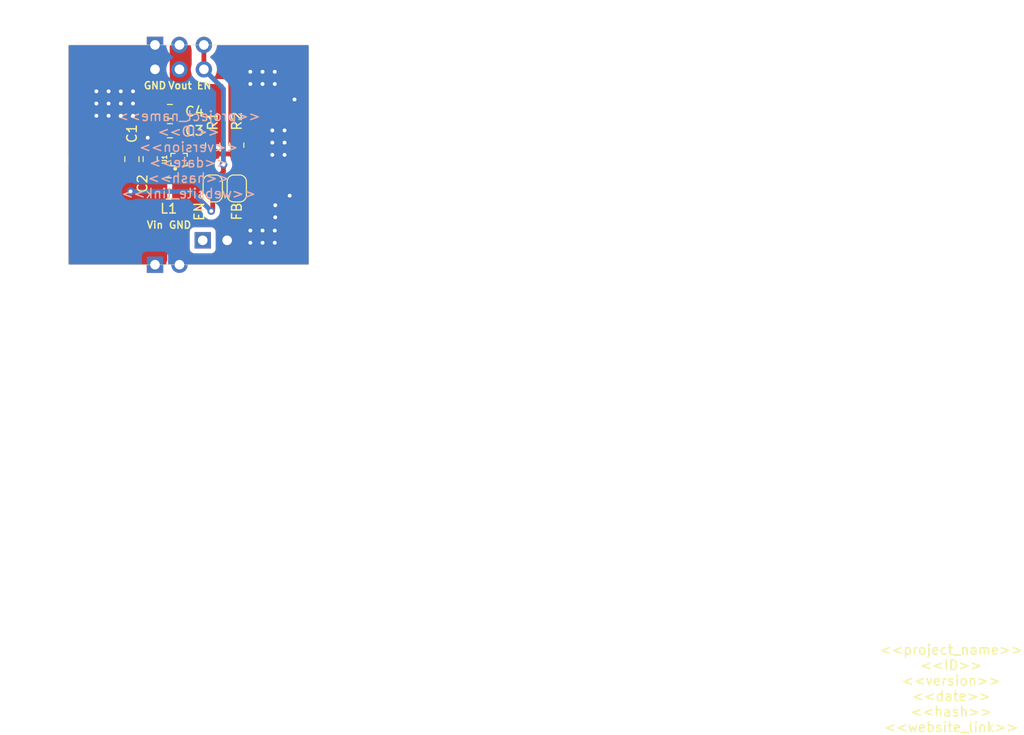
<source format=kicad_pcb>
(kicad_pcb (version 20240108) (generator "pcbnew") (generator_version "8.0")
  (title_block (title "<<ID>>_<<project_name>>") (date "<<date>>") (rev "<<version>>") (comment 4 "<<hash>>"))
  (layers (0 "F.Cu" signal) (31 "B.Cu" signal) (34 "B.Paste" user) (35 "F.Paste" user) (36 "B.SilkS" user "B.Silkscreen") (37 "F.SilkS" user "F.Silkscreen") (38 "B.Mask" user) (39 "F.Mask" user) (44 "Edge.Cuts" user))
  (net 0 "")
  (net 1 "Vin")
  (net 2 "GND")
  (net 3 "Vout")
  (net 4 "En")
  (net 5 "FB")
  (net 6 "SW")
  (footprint "Resistor_SMD:R_0805_2012Metric" (layer "F.Cu") (at 149 94.5 -90)
    (property "Reference" "R1" (at -2.5 0 90) (layer "F.SilkS"))
    (property "Value" "R_Small")
    (fp_line (start -0.227064 0.735) (end 0.227064 0.735) (stroke (width 0.12)) (layer "F.SilkS"))
    (fp_line (start -0.227064 -0.735) (end 0.227064 -0.735) (stroke (width 0.12)) (layer "F.SilkS"))
    (pad "1" smd roundrect (at -0.9125 0 270) (size 1.025 1.4) (layers "F.Cu" "F.Paste" "F.Mask") (roundrect_rratio 0.243902) (net 3 "Vout"))
    (pad "2" smd roundrect (at 0.9125 0 270) (size 1.025 1.4) (layers "F.Cu" "F.Paste" "F.Mask") (roundrect_rratio 0.243902) (net 5 "FB"))
  )
  (footprint "Capacitor_SMD:C_0805_2012Metric" (layer "F.Cu") (at 142.5 95.95 90)
    (property "Reference" "C2" (at -2.55 -0.8 90) (layer "F.SilkS"))
    (property "Value" "C_Small")
    (fp_line (start -0.261252 -0.735) (end 0.261252 -0.735) (stroke (width 0.12)) (layer "F.SilkS"))
    (fp_line (start -0.261252 0.735) (end 0.261252 0.735) (stroke (width 0.12)) (layer "F.SilkS"))
    (pad "1" smd roundrect (at -0.95 0 90) (size 1 1.45) (layers "F.Cu" "F.Paste" "F.Mask") (net 1 "Vin"))
    (pad "2" smd roundrect (at 0.95 0 90) (size 1 1.45) (layers "F.Cu" "F.Paste" "F.Mask") (net 2 "GND"))
  )
  (footprint "Capacitor_SMD:C_0805_2012Metric" (layer "F.Cu") (at 144.55 91 180)
    (property "Reference" "C4" (at -2.55 0 0) (layer "F.SilkS"))
    (property "Value" "C_Small")
    (fp_line (start -0.261252 0.735) (end 0.261252 0.735) (stroke (width 0.12)) (layer "F.SilkS"))
    (fp_line (start -0.261252 -0.735) (end 0.261252 -0.735) (stroke (width 0.12)) (layer "F.SilkS"))
    (pad "1" smd roundrect (at -0.95 0 180) (size 1 1.45) (layers "F.Cu" "F.Paste" "F.Mask") (net 3 "Vout"))
    (pad "2" smd roundrect (at 0.95 0 180) (size 1 1.45) (layers "F.Cu" "F.Paste" "F.Mask") (net 2 "GND"))
  )
  (footprint "Capacitor_SMD:C_0805_2012Metric" (layer "F.Cu") (at 144.55 93 180)
    (property "Reference" "C3" (at -2.55 0 0) (layer "F.SilkS"))
    (property "Value" "C_Small")
    (fp_line (start -0.261252 0.735) (end 0.261252 0.735) (stroke (width 0.12)) (layer "F.SilkS"))
    (fp_line (start -0.261252 -0.735) (end 0.261252 -0.735) (stroke (width 0.12)) (layer "F.SilkS"))
    (pad "1" smd roundrect (at -0.95 0 180) (size 1 1.45) (layers "F.Cu" "F.Paste" "F.Mask") (net 3 "Vout"))
    (pad "2" smd roundrect (at 0.95 0 180) (size 1 1.45) (layers "F.Cu" "F.Paste" "F.Mask") (net 2 "GND"))
  )
  (footprint "Converter_DCDC_custom:BGA6N40P3X2_122X88X62N" (layer "F.Cu") (at 145.5 96 90)
    (property "Reference" "U1" (at 0 -1.5 90) (layer "F.SilkS") (effects (font (size 0.48 0.48))))
    (property "Value" "TPS61099YFFT")
    (fp_line (start 0.645 -0.845) (end 0.3225 -0.845) (stroke (width 0.127)) (layer "F.SilkS"))
    (fp_line (start 0.645 -0.845) (end 0.645 -0.4225) (stroke (width 0.127)) (layer "F.SilkS"))
    (fp_line (start -0.645 -0.845) (end -0.3225 -0.845) (stroke (width 0.127)) (layer "F.SilkS"))
    (fp_line (start -0.645 -0.845) (end -0.645 -0.4225) (stroke (width 0.127)) (layer "F.SilkS"))
    (fp_line (start 0.645 0.845) (end 0.645 0.4225) (stroke (width 0.127)) (layer "F.SilkS"))
    (fp_line (start 0.645 0.845) (end 0.3225 0.845) (stroke (width 0.127)) (layer "F.SilkS"))
    (fp_line (start -0.645 0.845) (end -0.645 0.4225) (stroke (width 0.127)) (layer "F.SilkS"))
    (fp_line (start -0.645 0.845) (end -0.3225 0.845) (stroke (width 0.127)) (layer "F.SilkS"))
    (fp_circle (center -0.942 -0.4) (end -0.842 -0.4) (stroke (width 0.2)) (fill none) (layer "F.SilkS"))
    (pad "A1" smd circle (at -0.2 -0.4 90) (size 0.25 0.25) (layers "F.Cu" "F.Paste" "F.Mask") (net 1 "Vin"))
    (pad "A2" smd circle (at 0.2 -0.4 90) (size 0.25 0.25) (layers "F.Cu" "F.Paste" "F.Mask") (net 2 "GND"))
    (pad "B1" smd circle (at -0.2 0 90) (size 0.25 0.25) (layers "F.Cu" "F.Paste" "F.Mask") (net 6 "SW"))
    (pad "B2" smd circle (at 0.2 0 90) (size 0.25 0.25) (layers "F.Cu" "F.Paste" "F.Mask") (net 3 "Vout"))
    (pad "C1" smd circle (at -0.2 0.4 90) (size 0.25 0.25) (layers "F.Cu" "F.Paste" "F.Mask") (net 4 "En"))
    (pad "C2" smd circle (at 0.2 0.4 90) (size 0.25 0.25) (layers "F.Cu" "F.Paste" "F.Mask") (net 5 "FB"))
  )
  (footprint "Jumper:SolderJumper-2_P1.3mm_Open_RoundedPad1.0x1.5mm" (layer "F.Cu") (at 149 99 -90)
    (property "Reference" "JP1" (hide yes))
    (property "Value" "SolderJumper_2_Open")
    (fp_line (start 0.7 1) (end -0.7 1) (stroke (width 0.12)) (layer "F.SilkS"))
    (fp_line (start -1.4 0.3) (end -1.4 -0.3) (stroke (width 0.12)) (layer "F.SilkS"))
    (fp_line (start 1.4 -0.3) (end 1.4 0.3) (stroke (width 0.12)) (layer "F.SilkS"))
    (fp_line (start -0.7 -1) (end 0.7 -1) (stroke (width 0.12)) (layer "F.SilkS"))
    (fp_arc (start -0.7 1) (mid -1.194975 0.794975) (end -1.4 0.3) (stroke (width 0.12)) (layer "F.SilkS"))
    (fp_arc (start 1.4 0.3) (mid 1.194975 0.794975) (end 0.7 1) (stroke (width 0.12)) (layer "F.SilkS"))
    (fp_arc (start -1.4 -0.3) (mid -1.194975 -0.794975) (end -0.7 -1) (stroke (width 0.12)) (layer "F.SilkS"))
    (fp_arc (start 0.7 -1) (mid 1.194975 -0.794975) (end 1.4 -0.3) (stroke (width 0.12)) (layer "F.SilkS"))
    (fp_text user "EN" (at 2.4 1.4 90) (layer "F.SilkS"))
    (pad "1" smd custom (at -0.65 0 270) (size 1 0.5) (layers "F.Cu" "F.Mask") (net 4 "En") (options (clearance outline) (anchor rect)) (primitives (gr_circle (center 0 0.25) (end 0.5 0.25) (width 0) (fill yes)) (gr_circle (center 0 -0.25) (end 0.5 -0.25) (width 0) (fill yes)) (gr_poly (pts (xy 0.5 0.75) (xy 0 0.75) (xy 0 -0.75) (xy 0.5 -0.75)) (width 0) (fill yes))))
    (pad "2" smd custom (at 0.65 0 270) (size 1 0.5) (layers "F.Cu" "F.Mask") (net 1 "Vin") (options (clearance outline) (anchor rect)) (primitives (gr_circle (center 0 0.25) (end 0.5 0.25) (width 0) (fill yes)) (gr_circle (center 0 -0.25) (end 0.5 -0.25) (width 0) (fill yes)) (gr_poly (pts (xy 0 0.75) (xy -0.5 0.75) (xy -0.5 -0.75) (xy 0 -0.75)) (width 0) (fill yes))))
  )
  (footprint "Connector_PinHeader_2.54mm:PinHeader_1x02_P2.54mm_Vertical" (layer "F.Cu") (at 143.002 106.934 90)
    (property "Reference" "J2" (hide yes))
    (property "Value" "Conn_01x02")
    (pad "1" thru_hole rect (at 0 0 90) (size 1.7 1.7) (drill 1) (layers "*.Cu" "*.Mask") (net 1 "Vin"))
    (pad "2" thru_hole oval (at 0 2.54 90) (size 1.7 1.7) (drill 1) (layers "*.Cu" "*.Mask") (net 2 "GND"))
  )
  (footprint "Connector_PinHeader_2.54mm:PinHeader_1x03_P2.54mm_Vertical" (layer "F.Cu") (at 143.002 86.614 90)
    (property "Reference" "J3" (hide yes))
    (property "Value" "Conn_01x03")
    (pad "1" thru_hole rect (at 0 0 90) (size 1.7 1.7) (drill 1) (layers "*.Cu" "*.Mask") (net 2 "GND"))
    (pad "2" thru_hole oval (at 0 2.54 90) (size 1.7 1.7) (drill 1) (layers "*.Cu" "*.Mask") (net 3 "Vout"))
    (pad "3" thru_hole oval (at 0 5.08 90) (size 1.7 1.7) (drill 1) (layers "*.Cu" "*.Mask") (net 4 "En"))
  )
  (footprint "Resistor_SMD:R_0805_2012Metric" (layer "F.Cu") (at 151.5 94.5 90)
    (property "Reference" "R2" (at 2.5 0 90) (layer "F.SilkS"))
    (property "Value" "R_Small")
    (fp_line (start -0.227064 -0.735) (end 0.227064 -0.735) (stroke (width 0.12)) (layer "F.SilkS"))
    (fp_line (start -0.227064 0.735) (end 0.227064 0.735) (stroke (width 0.12)) (layer "F.SilkS"))
    (pad "1" smd roundrect (at -0.9125 0 90) (size 1.025 1.4) (layers "F.Cu" "F.Paste" "F.Mask") (roundrect_rratio 0.243902) (net 5 "FB"))
    (pad "2" smd roundrect (at 0.9125 0 90) (size 1.025 1.4) (layers "F.Cu" "F.Paste" "F.Mask") (roundrect_rratio 0.243902) (net 2 "GND"))
  )
  (footprint "Inductor_SMD:L_1008_2520Metric" (layer "F.Cu") (at 144.425 99)
    (property "Reference" "L1" (at 0 2.1 0) (layer "F.SilkS"))
    (property "Value" "L_Small")
    (fp_line (start -0.261252 -1.11) (end 0.261252 -1.11) (stroke (width 0.12)) (layer "F.SilkS"))
    (fp_line (start -0.261252 1.11) (end 0.261252 1.11) (stroke (width 0.12)) (layer "F.SilkS"))
    (pad "1" smd roundrect (at -1.075 0) (size 1.25 2.2) (layers "F.Cu" "F.Paste" "F.Mask") (roundrect_rratio 0.2) (net 1 "Vin"))
    (pad "2" smd roundrect (at 1.075 0) (size 1.25 2.2) (layers "F.Cu" "F.Paste" "F.Mask") (roundrect_rratio 0.2) (net 6 "SW"))
  )
  (footprint "Jumper:SolderJumper-2_P1.3mm_Open_RoundedPad1.0x1.5mm" (layer "F.Cu") (at 151.5 99 -90)
    (property "Reference" "JP2" (hide yes))
    (property "Value" "SolderJumper_2_Open")
    (fp_line (start 0.7 1) (end -0.7 1) (stroke (width 0.12)) (layer "F.SilkS"))
    (fp_line (start -1.4 0.3) (end -1.4 -0.3) (stroke (width 0.12)) (layer "F.SilkS"))
    (fp_line (start 1.4 -0.3) (end 1.4 0.3) (stroke (width 0.12)) (layer "F.SilkS"))
    (fp_line (start -0.7 -1) (end 0.7 -1) (stroke (width 0.12)) (layer "F.SilkS"))
    (fp_arc (start -0.7 1) (mid -1.194975 0.794975) (end -1.4 0.3) (stroke (width 0.12)) (layer "F.SilkS"))
    (fp_arc (start 1.4 0.3) (mid 1.194975 0.794975) (end 0.7 1) (stroke (width 0.12)) (layer "F.SilkS"))
    (fp_arc (start -1.4 -0.3) (mid -1.194975 -0.794975) (end -0.7 -1) (stroke (width 0.12)) (layer "F.SilkS"))
    (fp_arc (start 0.7 -1) (mid 1.194975 -0.794975) (end 1.4 -0.3) (stroke (width 0.12)) (layer "F.SilkS"))
    (fp_text user "FB" (at 2.4 0 90) (layer "F.SilkS"))
    (pad "1" smd custom (at -0.65 0 270) (size 1 0.5) (layers "F.Cu" "F.Mask") (net 5 "FB") (options (clearance outline) (anchor rect)) (primitives (gr_circle (center 0 0.25) (end 0.5 0.25) (width 0) (fill yes)) (gr_circle (center 0 -0.25) (end 0.5 -0.25) (width 0) (fill yes)) (gr_poly (pts (xy 0.5 0.75) (xy 0 0.75) (xy 0 -0.75) (xy 0.5 -0.75)) (width 0) (fill yes))))
    (pad "2" smd custom (at 0.65 0 270) (size 1 0.5) (layers "F.Cu" "F.Mask") (net 2 "GND") (options (clearance outline) (anchor rect)) (primitives (gr_circle (center 0 0.25) (end 0.5 0.25) (width 0) (fill yes)) (gr_circle (center 0 -0.25) (end 0.5 -0.25) (width 0) (fill yes)) (gr_poly (pts (xy 0 0.75) (xy -0.5 0.75) (xy -0.5 -0.75) (xy 0 -0.75)) (width 0) (fill yes))))
  )
  (footprint "Connector_PinHeader_2.54mm:PinHeader_1x03_P2.54mm_Vertical" (layer "F.Cu") (at 143.002 84.074 90)
    (property "Reference" "J4" (hide yes))
    (property "Value" "Conn_01x03")
    (pad "1" thru_hole rect (at 0 0 90) (size 1.7 1.7) (drill 1) (layers "*.Cu" "*.Mask") (net 2 "GND"))
    (pad "2" thru_hole oval (at 0 2.54 90) (size 1.7 1.7) (drill 1) (layers "*.Cu" "*.Mask") (net 3 "Vout"))
    (pad "3" thru_hole oval (at 0 5.08 90) (size 1.7 1.7) (drill 1) (layers "*.Cu" "*.Mask") (net 4 "En"))
  )
  (footprint "Capacitor_SMD:C_0805_2012Metric" (layer "F.Cu") (at 140.6 95.95 90)
    (property "Reference" "C1" (at 2.65 0 90) (layer "F.SilkS"))
    (property "Value" "C_Small")
    (fp_line (start -0.261252 -0.735) (end 0.261252 -0.735) (stroke (width 0.12)) (layer "F.SilkS"))
    (fp_line (start -0.261252 0.735) (end 0.261252 0.735) (stroke (width 0.12)) (layer "F.SilkS"))
    (pad "1" smd roundrect (at -0.95 0 90) (size 1 1.45) (layers "F.Cu" "F.Paste" "F.Mask") (net 1 "Vin"))
    (pad "2" smd roundrect (at 0.95 0 90) (size 1 1.45) (layers "F.Cu" "F.Paste" "F.Mask") (net 2 "GND"))
  )
  (footprint "Connector_PinHeader_2.54mm:PinHeader_1x02_P2.54mm_Vertical" (layer "F.Cu") (at 147.96 104.394 90)
    (property "Reference" "J1" (hide yes))
    (property "Value" "Conn_01x02")
    (pad "1" thru_hole rect (at 0 0 90) (size 1.7 1.7) (drill 1) (layers "*.Cu" "*.Mask") (net 1 "Vin"))
    (pad "2" thru_hole oval (at 0 2.54 90) (size 1.7 1.7) (drill 1) (layers "*.Cu" "*.Mask") (net 2 "GND"))
  )
  (gr_rect (start 134 84.074) (end 159 106.934) (stroke (width 0.05)) (fill none) (layer "Edge.Cuts"))
  (gr_text "<<project_name>>\n<<ID>>\n<<version>>\n<<date>>\n<<hash>>\n<<website_link>>" (at 146.5 95.504 0) (layer "B.SilkS") (effects (font (size 1 1)) (justify mirror)))
  (gr_text "GND" (at 143 88.3 0) (layer "F.SilkS") (effects (font (size 0.75 0.75))))
  (gr_text "Vout" (at 145.6 88.3 0) (layer "F.SilkS") (effects (font (size 0.75 0.75))))
  (gr_text "EN" (at 148.1 88.3 0) (layer "F.SilkS") (effects (font (size 0.75 0.75))))
  (gr_text "GND" (at 145.6 102.8 0) (layer "F.SilkS") (effects (font (size 0.75 0.75))))
  (gr_text "Vin" (at 143 102.8 0) (layer "F.SilkS") (effects (font (size 0.75 0.75))))
  (gr_text "<<project_name>>\n<<ID>>\n<<version>>\n<<date>>\n<<hash>>\n<<website_link>>" (at 225.75 151 0) (layer "F.SilkS") (effects (font (size 1 1))))
  (segment (start 149 99.65) (end 149 101.19) (width 0.5) (layer "F.Cu") (net 1))
  (segment (start 145.1 96.2) (end 143.35 97.95) (width 0.21) (layer "F.Cu") (net 1))
  (segment (start 143.35 97.95) (end 143.35 99) (width 0.21) (layer "F.Cu") (net 1))
  (segment (start 149 101.19) (end 148.844 101.346) (width 0.5) (layer "F.Cu") (net 1))
  (via (at 148.844 101.346) (size 0.8) (drill 0.4) (layers "F.Cu" "B.Cu") (net 1))
  (via (at 140.462 99.314) (size 0.8) (drill 0.4) (layers "F.Cu" "B.Cu") (net 1))
  (segment (start 146.812 99.314) (end 140.462 99.314) (width 0.5) (layer "B.Cu") (net 1))
  (segment (start 148.844 101.346) (end 146.812 99.314) (width 0.5) (layer "B.Cu") (net 1))
  (segment (start 145.1 95.6) (end 144.5 95) (width 0.21) (layer "F.Cu") (net 2))
  (segment (start 145.1 95.8) (end 145.1 95.6) (width 0.21) (layer "F.Cu") (net 2))
  (segment (start 144.5 95) (end 142.5 95) (width 0.21) (layer "F.Cu") (net 2))
  (via (at 156.464 94.234) (size 0.8) (drill 0.4) (layers "F.Cu" "B.Cu") (net 2))
  (via (at 155.5 102) (size 0.8) (drill 0.4) (layers "F.Cu" "B.Cu") (net 2))
  (via (at 155.448 88.138) (size 0.8) (drill 0.4) (layers "F.Cu" "B.Cu") (net 2))
  (via (at 136.906 90.17) (size 0.8) (drill 0.4) (layers "F.Cu" "B.Cu") (net 2))
  (via (at 139.446 91.44) (size 0.8) (drill 0.4) (layers "F.Cu" "B.Cu") (net 2))
  (via (at 140.716 90.17) (size 0.8) (drill 0.4) (layers "F.Cu" "B.Cu") (net 2))
  (via (at 152.908 104.648) (size 0.8) (drill 0.4) (layers "F.Cu" "B.Cu") (net 2))
  (via (at 157 99.75) (size 0.8) (drill 0.4) (layers "F.Cu" "B.Cu") (net 2))
  (via (at 152.908 88.138) (size 0.8) (drill 0.4) (layers "F.Cu" "B.Cu") (net 2))
  (via (at 154.178 103.378) (size 0.8) (drill 0.4) (layers "F.Cu" "B.Cu") (net 2))
  (via (at 139.446 90.17) (size 0.8) (drill 0.4) (layers "F.Cu" "B.Cu") (net 2))
  (via (at 155.194 95.504) (size 0.8) (drill 0.4) (layers "F.Cu" "B.Cu") (net 2))
  (via (at 138.176 88.9) (size 0.8) (drill 0.4) (layers "F.Cu" "B.Cu") (net 2))
  (via (at 157.5 89.75) (size 0.8) (drill 0.4) (layers "F.Cu" "B.Cu") (net 2))
  (via (at 155.448 104.648) (size 0.8) (drill 0.4) (layers "F.Cu" "B.Cu") (net 2))
  (via (at 138.176 91.44) (size 0.8) (drill 0.4) (layers "F.Cu" "B.Cu") (net 2))
  (via (at 139.446 88.9) (size 0.8) (drill 0.4) (layers "F.Cu" "B.Cu") (net 2))
  (via (at 155.194 92.964) (size 0.8) (drill 0.4) (layers "F.Cu" "B.Cu") (net 2))
  (via (at 154.178 86.868) (size 0.8) (drill 0.4) (layers "F.Cu" "B.Cu") (net 2))
  (via (at 138.176 90.17) (size 0.8) (drill 0.4) (layers "F.Cu" "B.Cu") (net 2))
  (via (at 152.908 103.378) (size 0.8) (drill 0.4) (layers "F.Cu" "B.Cu") (net 2))
  (via (at 155.448 103.378) (size 0.8) (drill 0.4) (layers "F.Cu" "B.Cu") (net 2))
  (via (at 156.464 92.964) (size 0.8) (drill 0.4) (layers "F.Cu" "B.Cu") (net 2))
  (via (at 154.178 88.138) (size 0.8) (drill 0.4) (layers "F.Cu" "B.Cu") (net 2))
  (via (at 152.908 86.868) (size 0.8) (drill 0.4) (layers "F.Cu" "B.Cu") (net 2))
  (via (at 155.448 86.868) (size 0.8) (drill 0.4) (layers "F.Cu" "B.Cu") (net 2))
  (via (at 155.194 94.234) (size 0.8) (drill 0.4) (layers "F.Cu" "B.Cu") (net 2))
  (via (at 140.716 88.9) (size 0.8) (drill 0.4) (layers "F.Cu" "B.Cu") (net 2))
  (via (at 154.178 104.648) (size 0.8) (drill 0.4) (layers "F.Cu" "B.Cu") (net 2))
  (via (at 136.906 91.44) (size 0.8) (drill 0.4) (layers "F.Cu" "B.Cu") (net 2))
  (via (at 155.5 100.75) (size 0.8) (drill 0.4) (layers "F.Cu" "B.Cu") (net 2))
  (via (at 156.464 95.504) (size 0.8) (drill 0.4) (layers "F.Cu" "B.Cu") (net 2))
  (via (at 140.716 91.44) (size 0.8) (drill 0.4) (layers "F.Cu" "B.Cu") (net 2))
  (via (at 136.906 88.9) (size 0.8) (drill 0.4) (layers "F.Cu" "B.Cu") (net 2))
  (via (at 142.24 93.726) (size 0.8) (drill 0.4) (layers "F.Cu" "B.Cu") (net 2))
  (segment (start 145.5 95.8) (end 145.5 93) (width 0.21) (layer "F.Cu") (net 3))
  (segment (start 145.9 96.2) (end 147.762 96.2) (width 0.21) (layer "F.Cu") (net 4))
  (segment (start 150.114 97.236) (end 149 98.35) (width 0.5) (layer "F.Cu") (net 4))
  (segment (start 149.046 98.35) (end 149 98.35) (width 0.5) (layer "F.Cu") (net 4))
  (segment (start 148.082 86.614) (end 148.082 84.34852) (width 0.5) (layer "F.Cu") (net 4))
  (segment (start 149 97.438) (end 149 98.35) (width 0.21) (layer "F.Cu") (net 4))
  (segment (start 150.114 96.52) (end 150.114 97.236) (width 0.5) (layer "F.Cu") (net 4))
  (segment (start 147.762 96.2) (end 149 97.438) (width 0.21) (layer "F.Cu") (net 4))
  (via (at 150.114 96.52) (size 0.8) (drill 0.4) (layers "F.Cu" "B.Cu") (net 4))
  (segment (start 150.114 96.52) (end 150.114 88.646) (width 0.5) (layer "B.Cu") (net 4))
  (segment (start 150.114 88.646) (end 148.082 86.614) (width 0.5) (layer "B.Cu") (net 4))
  (segment (start 149 95.4125) (end 151.5 95.4125) (width 0.5) (layer "F.Cu") (net 5))
  (segment (start 151.5 95.4125) (end 151.5 98.35) (width 0.5) (layer "F.Cu") (net 5))
  (segment (start 145.9 95.8) (end 145.9 95.6) (width 0.21) (layer "F.Cu") (net 5))
  (segment (start 146.0875 95.4125) (end 149 95.4125) (width 0.21) (layer "F.Cu") (net 5))
  (segment (start 145.9 95.6) (end 146.0875 95.4125) (width 0.21) (layer "F.Cu") (net 5))
  (segment (start 145.5 96.2) (end 145.5 99) (width 0.21) (layer "F.Cu") (net 6))
  (zone (net 6) (net_name "SW") (layer "F.Cu") (priority 1) (connect_pads (clearance 0.508)) (min_thickness 0.254) (fill yes (thermal_gap 0.508) (thermal_bridge_width 0.508))
    (polygon (pts (xy 147.828 101.6) (xy 144.526 101.6) (xy 144.526 97.028) (xy 147.828 97.028)))
  )
  (zone (net 2) (net_name "GND") (layer "F.Cu") (priority 1) (connect_pads (clearance 0.508)) (min_thickness 0.254) (fill yes (thermal_gap 0.508) (thermal_bridge_width 0.508))
    (polygon (pts (xy 144.272 94.742) (xy 145.034 94.742) (xy 145.034 95.758) (xy 133.604 95.758) (xy 133.604 84.074) (xy 144.272 84.074)))
  )
  (zone (net 2) (net_name "GND") (layer "F.Cu") (connect_pads (clearance 0.508)) (min_thickness 0.254) (fill yes (thermal_gap 0.508) (thermal_bridge_width 0.508))
    (polygon (pts (xy 162.306 108.204) (xy 132.588 108.204) (xy 132.588 80.772) (xy 162.306 80.772)))
  )
  (zone (net 1) (net_name "Vin") (layer "F.Cu") (priority 1) (connect_pads (clearance 0.508)) (min_thickness 0.254) (fill yes (thermal_gap 0.508) (thermal_bridge_width 0.508))
    (polygon (pts (xy 144.277 106.934) (xy 133.604 106.934) (xy 133.604 96.266) (xy 144.272 96.266)))
  )
  (zone (net 3) (net_name "Vout") (layer "F.Cu") (priority 1) (connect_pads (clearance 0.508)) (min_thickness 0.254) (fill yes (thermal_gap 0.508) (thermal_bridge_width 0.508))
    (polygon (pts (xy 146.812 88.138) (xy 150.114 88.138) (xy 150.114 94.5) (xy 144.55 94.488) (xy 144.526 84.074) (xy 146.812 84.074)))
  )
  (zone (net 2) (net_name "GND") (layer "B.Cu") (connect_pads (clearance 0.508)) (min_thickness 0.254) (fill yes (thermal_gap 0.508) (thermal_bridge_width 0.508))
    (polygon (pts (xy 132.588 108.204) (xy 162.306 108.204) (xy 162.306 80.772) (xy 132.588 80.772)))
  )
)
</source>
